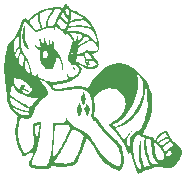
<source format=gbr>
%TF.GenerationSoftware,KiCad,Pcbnew,6.0.7+dfsg-1build1*%
%TF.CreationDate,2023-03-22T19:43:23+01:00*%
%TF.ProjectId,plotter_controller,706c6f74-7465-4725-9f63-6f6e74726f6c,rev?*%
%TF.SameCoordinates,Original*%
%TF.FileFunction,Legend,Bot*%
%TF.FilePolarity,Positive*%
%FSLAX46Y46*%
G04 Gerber Fmt 4.6, Leading zero omitted, Abs format (unit mm)*
G04 Created by KiCad (PCBNEW 6.0.7+dfsg-1build1) date 2023-03-22 19:43:23*
%MOMM*%
%LPD*%
G01*
G04 APERTURE LIST*
G04 APERTURE END LIST*
%TO.C,G\u002A\u002A\u002A*%
G36*
X122723861Y-30039919D02*
G01*
X122636308Y-30199702D01*
X122540141Y-30302330D01*
X122455092Y-30341764D01*
X122321540Y-30362318D01*
X122178948Y-30352493D01*
X122053092Y-30311788D01*
X122027509Y-30296989D01*
X121923186Y-30214694D01*
X121810998Y-30100269D01*
X121707941Y-29972328D01*
X121631010Y-29849487D01*
X121561714Y-29680113D01*
X122365774Y-29680113D01*
X122370966Y-29705108D01*
X122421197Y-29719701D01*
X122461922Y-29711899D01*
X122476621Y-29680113D01*
X122468752Y-29665499D01*
X122421197Y-29640524D01*
X122404673Y-29643335D01*
X122365774Y-29680113D01*
X121561714Y-29680113D01*
X121543155Y-29634751D01*
X121487134Y-29355824D01*
X121486351Y-29203877D01*
X121730709Y-29203877D01*
X121755442Y-29306731D01*
X121803391Y-29356111D01*
X121880617Y-29397488D01*
X121937171Y-29408397D01*
X122033887Y-29383119D01*
X122113793Y-29304119D01*
X122168843Y-29177538D01*
X122182766Y-29092043D01*
X122173327Y-28970705D01*
X122134447Y-28866191D01*
X122073400Y-28790129D01*
X121997459Y-28754149D01*
X121913896Y-28769881D01*
X121841619Y-28836097D01*
X121780328Y-28946436D01*
X121741181Y-29076404D01*
X121730709Y-29203877D01*
X121486351Y-29203877D01*
X121485558Y-29050051D01*
X121494750Y-28922557D01*
X121496759Y-28835730D01*
X121488475Y-28783489D01*
X121467458Y-28751194D01*
X121431271Y-28724206D01*
X121399138Y-28697731D01*
X121333417Y-28631747D01*
X121253931Y-28544266D01*
X121172148Y-28448783D01*
X121099533Y-28358793D01*
X121047555Y-28287789D01*
X121027681Y-28249266D01*
X121030808Y-28246367D01*
X121066965Y-28261554D01*
X121130611Y-28303961D01*
X121140774Y-28311279D01*
X121242564Y-28372290D01*
X121360834Y-28428077D01*
X121472451Y-28468780D01*
X121554279Y-28484539D01*
X121585165Y-28474776D01*
X121582164Y-28429115D01*
X121562451Y-28365492D01*
X121536824Y-28260012D01*
X121509416Y-28131705D01*
X121483483Y-27997466D01*
X121462282Y-27874195D01*
X121449068Y-27778789D01*
X121447098Y-27728145D01*
X121453353Y-27721257D01*
X121487766Y-27745636D01*
X121548083Y-27819083D01*
X121630716Y-27937504D01*
X121679491Y-28009808D01*
X121748054Y-28106968D01*
X121799163Y-28173768D01*
X121824356Y-28198788D01*
X121828556Y-28195806D01*
X121834245Y-28152807D01*
X121828375Y-28074839D01*
X121825388Y-28045686D01*
X121823646Y-27923800D01*
X121833961Y-27801423D01*
X121840191Y-27764918D01*
X121860565Y-27699802D01*
X121887116Y-27688556D01*
X121921752Y-27733166D01*
X121966384Y-27835619D01*
X122022924Y-27997902D01*
X122035923Y-28036181D01*
X122083595Y-28158242D01*
X122130881Y-28256172D01*
X122169214Y-28311601D01*
X122172097Y-28314207D01*
X122205780Y-28340943D01*
X122223370Y-28335721D01*
X122230093Y-28288079D01*
X122231173Y-28187558D01*
X122234116Y-28121254D01*
X122253054Y-27992453D01*
X122283949Y-27889694D01*
X122336726Y-27771945D01*
X122358903Y-27953668D01*
X122360464Y-27966170D01*
X122382187Y-28104341D01*
X122409076Y-28229039D01*
X122437627Y-28327952D01*
X122464335Y-28388769D01*
X122485696Y-28399177D01*
X122497874Y-28366164D01*
X122511966Y-28285352D01*
X122522512Y-28178413D01*
X122532875Y-28087628D01*
X122554804Y-27988271D01*
X122581345Y-27928139D01*
X122588655Y-27919504D01*
X122615730Y-27898000D01*
X122632765Y-27920634D01*
X122648951Y-27996733D01*
X122654384Y-28031815D01*
X122666900Y-28154176D01*
X122672788Y-28278679D01*
X122674225Y-28321287D01*
X122687289Y-28415290D01*
X122718977Y-28506781D01*
X122775560Y-28607846D01*
X122863312Y-28730574D01*
X122988506Y-28887052D01*
X123025656Y-28933028D01*
X123137489Y-29092043D01*
X123196023Y-29175273D01*
X123320577Y-29419620D01*
X123403961Y-29679839D01*
X123450817Y-29969699D01*
X123465785Y-30302972D01*
X123464895Y-30422520D01*
X123461462Y-30535549D01*
X123456030Y-30609234D01*
X123449203Y-30631580D01*
X123444986Y-30621028D01*
X123430505Y-30558494D01*
X123409799Y-30450243D01*
X123384976Y-30307599D01*
X123358141Y-30141886D01*
X123331966Y-29982547D01*
X123295478Y-29797301D01*
X123255431Y-29648758D01*
X123206538Y-29521365D01*
X123143514Y-29399570D01*
X123061072Y-29267821D01*
X123034639Y-29230985D01*
X122986982Y-29180706D01*
X122957688Y-29172100D01*
X122945529Y-29202155D01*
X122923680Y-29283849D01*
X122896849Y-29402539D01*
X122868334Y-29544485D01*
X122862907Y-29572469D01*
X122836600Y-29680113D01*
X122800244Y-29828876D01*
X122723861Y-30039919D01*
G37*
G36*
X125608777Y-33417519D02*
G01*
X125624490Y-33453777D01*
X125674032Y-33570152D01*
X125712550Y-33663677D01*
X125732772Y-33716802D01*
X125733554Y-33736153D01*
X125717164Y-33809981D01*
X125680955Y-33917058D01*
X125629979Y-34041428D01*
X125600074Y-34107677D01*
X125550287Y-34212554D01*
X125512675Y-34284726D01*
X125493669Y-34311454D01*
X125484625Y-34300013D01*
X125455099Y-34241575D01*
X125412001Y-34144811D01*
X125361136Y-34022379D01*
X125244840Y-33733821D01*
X125373450Y-33453070D01*
X125502061Y-33172319D01*
X125608777Y-33417519D01*
G37*
G36*
X124363824Y-30115586D02*
G01*
X124378639Y-30152812D01*
X124433966Y-30264693D01*
X124493420Y-30332480D01*
X124568750Y-30370806D01*
X124582162Y-30375442D01*
X124638224Y-30403359D01*
X124649498Y-30426230D01*
X124626911Y-30439815D01*
X124551519Y-30447923D01*
X124461899Y-30430853D01*
X124386113Y-30392229D01*
X124348874Y-30353964D01*
X124327289Y-30292549D01*
X124328231Y-30194286D01*
X124336366Y-30119605D01*
X124347765Y-30090866D01*
X124363824Y-30115586D01*
G37*
G36*
X124872850Y-33246889D02*
G01*
X124906955Y-33318234D01*
X124950824Y-33419486D01*
X124997336Y-33533097D01*
X125039374Y-33641517D01*
X125069817Y-33727198D01*
X125081547Y-33772594D01*
X125079518Y-33783587D01*
X125058103Y-33845036D01*
X125018297Y-33942263D01*
X124966291Y-34059833D01*
X124942820Y-34110317D01*
X124891973Y-34213532D01*
X124852589Y-34285057D01*
X124831690Y-34311749D01*
X124826689Y-34309903D01*
X124797766Y-34269141D01*
X124759335Y-34186775D01*
X124716913Y-34078540D01*
X124676018Y-33960170D01*
X124642170Y-33847398D01*
X124620886Y-33755957D01*
X124617684Y-33701582D01*
X124623594Y-33680354D01*
X124655672Y-33591401D01*
X124700472Y-33488276D01*
X124750619Y-33385525D01*
X124798736Y-33297692D01*
X124837447Y-33239323D01*
X124859378Y-33224963D01*
X124872850Y-33246889D01*
G37*
G36*
X120243667Y-26790150D02*
G01*
X120242816Y-26796148D01*
X120234083Y-26893515D01*
X120227173Y-27034613D01*
X120222765Y-27201456D01*
X120221538Y-27376060D01*
X120223912Y-27542271D01*
X120235432Y-27738056D01*
X120260348Y-27901499D01*
X120302922Y-28050652D01*
X120367413Y-28203562D01*
X120458081Y-28378279D01*
X120486945Y-28431274D01*
X120535468Y-28525624D01*
X120556100Y-28580122D01*
X120551868Y-28605183D01*
X120525800Y-28611222D01*
X120510344Y-28608927D01*
X120441399Y-28569376D01*
X120356559Y-28490422D01*
X120266869Y-28384704D01*
X120183372Y-28264860D01*
X120117113Y-28143528D01*
X120090066Y-28079721D01*
X120055234Y-27966490D01*
X120033881Y-27835051D01*
X120021537Y-27662919D01*
X120018597Y-27553482D01*
X120034713Y-27294187D01*
X120089391Y-27052977D01*
X120187794Y-26803147D01*
X120267259Y-26631796D01*
X120243667Y-26790150D01*
G37*
G36*
X126234781Y-27167445D02*
G01*
X126359473Y-27488660D01*
X126455100Y-27807859D01*
X126516417Y-28110784D01*
X126517179Y-28120324D01*
X126538183Y-28383182D01*
X126532615Y-28526660D01*
X126518008Y-28599242D01*
X126503722Y-28670226D01*
X126442593Y-28776046D01*
X126340827Y-28857238D01*
X126190025Y-28926923D01*
X126189490Y-28927129D01*
X126081003Y-28975129D01*
X125975703Y-29030777D01*
X125872229Y-29092123D01*
X126111827Y-29346817D01*
X126172891Y-29412625D01*
X126219302Y-29466334D01*
X126304874Y-29565361D01*
X126393728Y-29689757D01*
X126443904Y-29794203D01*
X126459850Y-29887086D01*
X126459647Y-29888405D01*
X126446018Y-29976793D01*
X126425367Y-30028287D01*
X126338437Y-30147987D01*
X126212806Y-30249381D01*
X126065803Y-30316967D01*
X126062973Y-30317810D01*
X125832446Y-30353019D01*
X125585445Y-30327272D01*
X125322310Y-30240683D01*
X125043383Y-30093362D01*
X124749003Y-29885421D01*
X124527307Y-29710547D01*
X124792643Y-29981143D01*
X125057979Y-30251738D01*
X125028695Y-30348149D01*
X124990382Y-30474289D01*
X124948106Y-30588193D01*
X124817196Y-30808830D01*
X124630400Y-31006469D01*
X124390878Y-31178104D01*
X124101786Y-31320725D01*
X124092735Y-31324379D01*
X123867768Y-31403870D01*
X123594471Y-31482599D01*
X123287115Y-31556791D01*
X122959969Y-31622674D01*
X122823058Y-31648342D01*
X122699235Y-31673109D01*
X122611146Y-31692497D01*
X122572117Y-31703722D01*
X122570766Y-31704683D01*
X122567825Y-31742691D01*
X122596055Y-31808934D01*
X122645536Y-31885023D01*
X122706348Y-31952569D01*
X122726703Y-31967837D01*
X122822717Y-32001548D01*
X122967553Y-32011962D01*
X123163682Y-31998958D01*
X123413574Y-31962413D01*
X123719701Y-31902203D01*
X123832009Y-31878416D01*
X124016107Y-31842567D01*
X124171749Y-31818745D01*
X124320707Y-31804543D01*
X124484754Y-31797554D01*
X124685661Y-31795368D01*
X124746362Y-31795247D01*
X124915883Y-31795956D01*
X125039467Y-31799711D01*
X125130551Y-31808235D01*
X125202572Y-31823250D01*
X125268969Y-31846478D01*
X125343179Y-31879642D01*
X125525634Y-31965144D01*
X125624717Y-31768794D01*
X125695934Y-31637705D01*
X125871357Y-31364626D01*
X126082388Y-31084982D01*
X126315804Y-30814607D01*
X126558382Y-30569337D01*
X126796898Y-30365008D01*
X126818779Y-30348352D01*
X127120698Y-30150586D01*
X127442710Y-29993641D01*
X127770353Y-29883545D01*
X128089167Y-29826325D01*
X128315417Y-29823535D01*
X128618008Y-29871019D01*
X128924767Y-29971975D01*
X129230096Y-30121721D01*
X129528396Y-30315571D01*
X129814069Y-30548840D01*
X130081517Y-30816845D01*
X130325141Y-31114900D01*
X130539343Y-31438320D01*
X130718525Y-31782421D01*
X130857088Y-32142519D01*
X130882443Y-32224574D01*
X130945212Y-32461392D01*
X130985770Y-32687184D01*
X131007752Y-32926401D01*
X131009104Y-32979604D01*
X131014793Y-33203492D01*
X131013711Y-33326122D01*
X130995766Y-33643310D01*
X130953430Y-33948870D01*
X130883586Y-34254956D01*
X130783119Y-34573720D01*
X130648913Y-34917315D01*
X130477853Y-35297896D01*
X130414967Y-35431653D01*
X130346726Y-35578623D01*
X130292531Y-35697437D01*
X130256785Y-35778422D01*
X130243891Y-35811903D01*
X130253628Y-35830132D01*
X130312216Y-35869745D01*
X130412756Y-35915381D01*
X130542502Y-35962585D01*
X130688708Y-36006901D01*
X130838628Y-36043872D01*
X130979515Y-36069045D01*
X131033952Y-36077143D01*
X131101837Y-36097345D01*
X131138962Y-36137477D01*
X131166635Y-36214052D01*
X131176024Y-36243477D01*
X131203557Y-36311662D01*
X131224337Y-36338903D01*
X131228540Y-36337149D01*
X131254285Y-36298908D01*
X131285324Y-36226372D01*
X131295925Y-36200601D01*
X131369784Y-36079729D01*
X131480516Y-35947459D01*
X131612940Y-35818882D01*
X131751876Y-35709088D01*
X131882141Y-35633164D01*
X131965737Y-35595668D01*
X132081525Y-35547202D01*
X132162963Y-35528045D01*
X132222761Y-35543577D01*
X132273629Y-35599178D01*
X132328279Y-35700227D01*
X132399421Y-35852104D01*
X132417736Y-35891183D01*
X132504605Y-36069156D01*
X132509253Y-36077421D01*
X132581375Y-36205672D01*
X132638478Y-36285602D01*
X132659645Y-36315230D01*
X132751015Y-36412332D01*
X132867086Y-36511478D01*
X133019458Y-36627168D01*
X133126330Y-36709639D01*
X133127429Y-36710567D01*
X133240382Y-36805945D01*
X133328869Y-36889914D01*
X133378554Y-36949659D01*
X133385102Y-36960608D01*
X133434299Y-37037691D01*
X133472437Y-37089748D01*
X133483733Y-37116425D01*
X133496050Y-37191208D01*
X133503347Y-37292612D01*
X133505421Y-37402702D01*
X133503465Y-37461523D01*
X133502068Y-37503542D01*
X133493087Y-37577198D01*
X133478274Y-37605736D01*
X133454105Y-37629783D01*
X133432094Y-37692831D01*
X133428526Y-37707264D01*
X133388818Y-37808924D01*
X133321071Y-37941536D01*
X133234831Y-38089407D01*
X133139647Y-38236847D01*
X133087879Y-38308721D01*
X133045066Y-38368163D01*
X132960636Y-38467665D01*
X132951725Y-38476513D01*
X132916792Y-38511198D01*
X132766296Y-38632884D01*
X132612186Y-38707829D01*
X132442336Y-38738721D01*
X132244616Y-38728249D01*
X132006898Y-38679102D01*
X131837427Y-38644440D01*
X131565604Y-38626988D01*
X131276093Y-38655297D01*
X130956484Y-38729966D01*
X130900074Y-38747136D01*
X130762983Y-38793358D01*
X130606915Y-38850424D01*
X130443097Y-38913731D01*
X130282760Y-38978676D01*
X130137132Y-39040656D01*
X130017442Y-39095066D01*
X129934918Y-39137303D01*
X129900790Y-39162765D01*
X129878613Y-39189884D01*
X129830975Y-39186064D01*
X129775828Y-39138365D01*
X129725412Y-39054354D01*
X129701730Y-39000338D01*
X129519857Y-38556682D01*
X129377539Y-38152117D01*
X129275654Y-37789361D01*
X129215078Y-37471135D01*
X129206717Y-37421072D01*
X129186731Y-37349014D01*
X129166284Y-37320699D01*
X129156387Y-37324484D01*
X129114059Y-37364394D01*
X129060848Y-37433790D01*
X128984000Y-37546881D01*
X128915280Y-37330860D01*
X128883584Y-37235795D01*
X128781380Y-36978426D01*
X129379339Y-36978426D01*
X129395729Y-37246850D01*
X129433706Y-37527533D01*
X129490364Y-37807898D01*
X129562795Y-38075368D01*
X129648089Y-38317364D01*
X129743341Y-38521310D01*
X129845641Y-38674626D01*
X129892930Y-38727665D01*
X129947482Y-38768988D01*
X129994790Y-38763873D01*
X130052288Y-38715792D01*
X130066337Y-38701544D01*
X130091271Y-38668195D01*
X130095401Y-38629320D01*
X130077647Y-38567228D01*
X130036929Y-38464227D01*
X129980572Y-38299880D01*
X129916711Y-38013755D01*
X129877454Y-37685238D01*
X129864336Y-37324468D01*
X129869351Y-37104424D01*
X129892424Y-36847107D01*
X129935002Y-36641237D01*
X129997939Y-36481422D01*
X130012725Y-36455338D01*
X130026884Y-36440806D01*
X130036512Y-36453848D01*
X130042366Y-36501617D01*
X130045202Y-36591266D01*
X130045777Y-36729947D01*
X130044848Y-36924813D01*
X130044780Y-36936997D01*
X130046658Y-37169934D01*
X130054158Y-37384376D01*
X130066542Y-37565405D01*
X130083072Y-37698101D01*
X130092855Y-37749443D01*
X130121184Y-37878946D01*
X130157153Y-38027364D01*
X130197106Y-38181260D01*
X130237391Y-38327196D01*
X130274352Y-38451735D01*
X130304335Y-38541439D01*
X130323686Y-38582871D01*
X130326427Y-38584219D01*
X130371718Y-38581984D01*
X130454764Y-38567406D01*
X130556199Y-38545029D01*
X130656659Y-38519393D01*
X130736777Y-38495041D01*
X130777187Y-38476513D01*
X130775783Y-38459164D01*
X130754871Y-38393847D01*
X130715846Y-38292623D01*
X130663477Y-38168417D01*
X130624322Y-38077893D01*
X130540104Y-37872088D01*
X130476254Y-37693822D01*
X130425844Y-37522661D01*
X130381943Y-37338170D01*
X130366520Y-37252037D01*
X130345914Y-37069258D01*
X130333229Y-36860883D01*
X130329153Y-36648921D01*
X130334374Y-36455379D01*
X130346571Y-36332552D01*
X130496964Y-36332552D01*
X130497439Y-36452121D01*
X130502886Y-36594014D01*
X130512825Y-36745170D01*
X130526776Y-36892527D01*
X130544261Y-37023023D01*
X130554454Y-37081484D01*
X130593375Y-37267862D01*
X130644453Y-37477956D01*
X130702908Y-37694576D01*
X130763961Y-37900527D01*
X130822831Y-38078620D01*
X130874739Y-38211661D01*
X130882085Y-38227591D01*
X130945871Y-38329983D01*
X131011736Y-38377500D01*
X131063043Y-38387389D01*
X131146509Y-38391541D01*
X131160147Y-38390443D01*
X131316370Y-38376893D01*
X131416038Y-38362524D01*
X131465279Y-38341684D01*
X131470221Y-38308721D01*
X131436991Y-38257984D01*
X131371717Y-38183820D01*
X131231077Y-37994179D01*
X131101486Y-37731624D01*
X131006836Y-37426312D01*
X130949104Y-37084825D01*
X130931565Y-36739357D01*
X131196005Y-36739357D01*
X131201256Y-36916896D01*
X131206345Y-37025102D01*
X131219093Y-37188895D01*
X131239573Y-37325601D01*
X131271794Y-37458735D01*
X131319768Y-37611812D01*
X131350215Y-37698167D01*
X131400179Y-37823324D01*
X131445784Y-37919462D01*
X131479984Y-37970793D01*
X131520975Y-37996842D01*
X131625072Y-38027934D01*
X131747011Y-38037698D01*
X131859103Y-38022368D01*
X131907020Y-37997651D01*
X131947131Y-37940313D01*
X131981829Y-37836270D01*
X132003313Y-37736726D01*
X132008125Y-37622757D01*
X131996340Y-37565311D01*
X132164034Y-37565311D01*
X132164177Y-37622757D01*
X132164252Y-37652967D01*
X132205099Y-37692000D01*
X132285069Y-37696535D01*
X132390859Y-37663935D01*
X132510740Y-37596124D01*
X132576149Y-37548814D01*
X132642559Y-37494538D01*
X132672049Y-37461523D01*
X132667763Y-37441074D01*
X132633091Y-37381638D01*
X132574132Y-37304863D01*
X132466726Y-37178180D01*
X132334953Y-37316375D01*
X132221330Y-37452760D01*
X132164034Y-37565311D01*
X131996340Y-37565311D01*
X131984464Y-37507418D01*
X131928628Y-37374680D01*
X131836919Y-37208513D01*
X131826276Y-37190845D01*
X131749361Y-37077238D01*
X131655103Y-36954585D01*
X131893735Y-36954585D01*
X131900881Y-36998168D01*
X131929168Y-37051226D01*
X131973359Y-37122716D01*
X132025670Y-37212850D01*
X132065544Y-37288303D01*
X132080798Y-37326753D01*
X132085641Y-37347432D01*
X132115508Y-37343851D01*
X132175187Y-37292275D01*
X132267635Y-37190550D01*
X132337733Y-37115097D01*
X132453366Y-37005655D01*
X132561363Y-36917837D01*
X132665304Y-36839047D01*
X132731996Y-36770773D01*
X132750608Y-36710567D01*
X132724568Y-36645774D01*
X132657307Y-36563736D01*
X132538353Y-36433602D01*
X132254152Y-36642513D01*
X132181335Y-36695837D01*
X132051532Y-36791102D01*
X131963822Y-36860010D01*
X131912970Y-36911518D01*
X131893735Y-36954585D01*
X131655103Y-36954585D01*
X131653697Y-36952756D01*
X131548640Y-36827735D01*
X131443548Y-36712508D01*
X131347776Y-36617408D01*
X131328024Y-36600848D01*
X131569954Y-36600848D01*
X131673235Y-36707407D01*
X131706278Y-36740587D01*
X131763633Y-36793211D01*
X131794211Y-36813965D01*
X131805355Y-36808854D01*
X131858741Y-36774486D01*
X131944114Y-36714874D01*
X132049282Y-36638411D01*
X132063642Y-36627791D01*
X132215653Y-36515088D01*
X132324081Y-36433161D01*
X132395718Y-36375628D01*
X132437357Y-36336111D01*
X132455790Y-36308229D01*
X132457811Y-36285602D01*
X132450211Y-36261852D01*
X132433802Y-36233701D01*
X132389514Y-36215453D01*
X132304056Y-36220662D01*
X132164238Y-36255591D01*
X131999857Y-36321403D01*
X131835760Y-36406913D01*
X131695973Y-36501040D01*
X131569954Y-36600848D01*
X131328024Y-36600848D01*
X131270680Y-36552770D01*
X131221618Y-36528928D01*
X131221246Y-36528936D01*
X131205706Y-36550972D01*
X131197390Y-36619248D01*
X131196005Y-36739357D01*
X130931565Y-36739357D01*
X130930265Y-36713748D01*
X130931311Y-36397464D01*
X131432487Y-36397464D01*
X131433264Y-36451858D01*
X131473352Y-36465732D01*
X131544412Y-36439871D01*
X131638109Y-36375059D01*
X131670132Y-36349614D01*
X131907000Y-36207219D01*
X132179341Y-36116898D01*
X132357061Y-36077421D01*
X132261151Y-35891454D01*
X132209898Y-35799734D01*
X132163869Y-35731545D01*
X132135080Y-35705487D01*
X132095348Y-35720475D01*
X132018412Y-35760572D01*
X131921386Y-35816978D01*
X131902023Y-35828929D01*
X131688442Y-35993296D01*
X131531802Y-36182283D01*
X131433425Y-36394327D01*
X131432487Y-36397464D01*
X130931311Y-36397464D01*
X130931591Y-36312658D01*
X130731669Y-36262439D01*
X130632605Y-36238101D01*
X130551870Y-36219384D01*
X130514502Y-36212220D01*
X130512846Y-36212633D01*
X130501940Y-36248369D01*
X130496964Y-36332552D01*
X130346571Y-36332552D01*
X130349578Y-36302265D01*
X130360140Y-36231767D01*
X130359079Y-36174455D01*
X130331771Y-36144032D01*
X130269142Y-36119924D01*
X130224174Y-36100898D01*
X130124949Y-36044576D01*
X130025656Y-35974455D01*
X129966531Y-35930224D01*
X129891191Y-35882413D01*
X129844650Y-35863841D01*
X129808612Y-35874750D01*
X129734939Y-35924844D01*
X129651519Y-36002039D01*
X129574016Y-36091290D01*
X129518090Y-36177550D01*
X129508678Y-36196685D01*
X129467395Y-36294059D01*
X129436922Y-36398974D01*
X129412767Y-36530012D01*
X129390440Y-36705754D01*
X129387446Y-36734839D01*
X129379339Y-36978426D01*
X128781380Y-36978426D01*
X128777333Y-36968236D01*
X128644686Y-36702989D01*
X128480627Y-36432211D01*
X128280139Y-36148056D01*
X128038206Y-35842681D01*
X127749813Y-35508240D01*
X127727746Y-35483436D01*
X127601669Y-35340121D01*
X127585440Y-35321279D01*
X127900639Y-35321279D01*
X127902927Y-35326640D01*
X127933564Y-35371956D01*
X127994330Y-35453960D01*
X128078102Y-35563170D01*
X128177759Y-35690108D01*
X128202692Y-35721542D01*
X128308615Y-35855174D01*
X128404025Y-35975678D01*
X128479298Y-36070894D01*
X128524810Y-36128660D01*
X128595131Y-36218376D01*
X128925382Y-35874836D01*
X128985638Y-35812845D01*
X129095051Y-35704060D01*
X129185322Y-35619265D01*
X129248404Y-35565880D01*
X129276251Y-35551323D01*
X129277557Y-35556943D01*
X129258444Y-35602562D01*
X129210161Y-35680565D01*
X129140506Y-35777933D01*
X129095928Y-35839786D01*
X128970636Y-36058583D01*
X128890790Y-36278918D01*
X128859565Y-36489788D01*
X128880136Y-36680190D01*
X128893139Y-36719092D01*
X128930185Y-36798190D01*
X128976089Y-36875005D01*
X129021424Y-36936011D01*
X129056764Y-36967679D01*
X129072682Y-36956484D01*
X129074753Y-36930360D01*
X129080995Y-36850411D01*
X129090132Y-36732803D01*
X129101017Y-36592270D01*
X129118218Y-36427173D01*
X129165128Y-36197066D01*
X129240632Y-36010890D01*
X129351108Y-35858250D01*
X129502935Y-35728747D01*
X129702494Y-35611985D01*
X129794734Y-35558668D01*
X129898622Y-35482921D01*
X129969179Y-35413113D01*
X130015509Y-35344935D01*
X130100335Y-35196910D01*
X130190525Y-35016632D01*
X130277592Y-34821441D01*
X130353052Y-34628679D01*
X130414887Y-34441300D01*
X130478110Y-34217266D01*
X130535806Y-33980957D01*
X130586127Y-33742783D01*
X130627221Y-33513151D01*
X130657240Y-33302472D01*
X130674334Y-33121153D01*
X130676653Y-32979604D01*
X130662346Y-32888234D01*
X130650550Y-32859445D01*
X130635120Y-32846382D01*
X130618262Y-32880196D01*
X130593597Y-32968315D01*
X130568014Y-33053510D01*
X130548416Y-33087239D01*
X130537469Y-33062067D01*
X130535399Y-32980023D01*
X130542431Y-32843137D01*
X130558788Y-32653440D01*
X130570821Y-32517500D01*
X130579842Y-32346425D01*
X130576857Y-32215384D01*
X130561943Y-32110848D01*
X130547508Y-32053294D01*
X130512080Y-31944760D01*
X130471216Y-31846087D01*
X130432360Y-31774335D01*
X130402960Y-31746567D01*
X130396158Y-31774146D01*
X130393979Y-31848771D01*
X130397054Y-31952494D01*
X130397097Y-31953958D01*
X130398961Y-31999399D01*
X130383388Y-32362134D01*
X130317698Y-32742723D01*
X130205589Y-33128108D01*
X130050759Y-33505236D01*
X129856906Y-33861049D01*
X129780792Y-33974045D01*
X129629971Y-34167632D01*
X129453867Y-34367125D01*
X129266841Y-34557407D01*
X129083258Y-34723360D01*
X128917480Y-34849864D01*
X128763428Y-34944853D01*
X128574549Y-35046902D01*
X128380004Y-35140137D01*
X128198985Y-35215399D01*
X128050686Y-35263528D01*
X127998888Y-35277764D01*
X127928194Y-35302766D01*
X127900639Y-35321279D01*
X127585440Y-35321279D01*
X127492481Y-35213352D01*
X127406573Y-35110741D01*
X127350340Y-35039904D01*
X127330175Y-35008455D01*
X127333405Y-35000943D01*
X127343291Y-34994328D01*
X127682649Y-34994328D01*
X127698668Y-35038674D01*
X127767382Y-35113651D01*
X127784630Y-35129917D01*
X127840685Y-35178807D01*
X127870312Y-35198221D01*
X127907301Y-35190419D01*
X127998389Y-35156966D01*
X128119573Y-35103787D01*
X128256097Y-35038073D01*
X128393203Y-34967019D01*
X128516133Y-34897815D01*
X128610129Y-34837655D01*
X128712470Y-34762070D01*
X129087492Y-34435788D01*
X129423377Y-34060314D01*
X129719067Y-33636946D01*
X129973504Y-33166980D01*
X130061982Y-32969613D01*
X130151962Y-32724903D01*
X130210612Y-32489126D01*
X130243260Y-32239313D01*
X130255235Y-31952494D01*
X130252800Y-31736945D01*
X130235526Y-31529376D01*
X130200329Y-31363757D01*
X130144766Y-31229262D01*
X130066396Y-31115065D01*
X130064027Y-31112223D01*
X129997089Y-31015419D01*
X129942476Y-30910945D01*
X129885211Y-30820398D01*
X129795873Y-30746611D01*
X129775260Y-30735983D01*
X129721244Y-30711670D01*
X129706662Y-30721551D01*
X129718037Y-30769607D01*
X129720186Y-30777048D01*
X129804224Y-31168682D01*
X129831832Y-31565765D01*
X129802515Y-31971859D01*
X129715773Y-32390529D01*
X129571112Y-32825339D01*
X129368034Y-33279851D01*
X129297287Y-33417821D01*
X129135364Y-33701855D01*
X128964116Y-33953042D01*
X128768788Y-34191902D01*
X128534624Y-34438959D01*
X128502903Y-34470469D01*
X128346818Y-34619472D01*
X128217215Y-34730311D01*
X128102574Y-34812220D01*
X127991376Y-34874433D01*
X127981834Y-34879076D01*
X127872812Y-34928617D01*
X127782668Y-34963724D01*
X127730092Y-34977058D01*
X127718457Y-34977430D01*
X127682649Y-34994328D01*
X127343291Y-34994328D01*
X127376524Y-34972090D01*
X127453827Y-34942553D01*
X127516536Y-34913317D01*
X127622059Y-34847445D01*
X127752777Y-34755494D01*
X127897245Y-34646392D01*
X128044016Y-34529071D01*
X128181645Y-34412459D01*
X128298685Y-34305487D01*
X128383691Y-34217086D01*
X128472235Y-34102259D01*
X128614081Y-33848827D01*
X128706074Y-33574222D01*
X128744546Y-33291353D01*
X128725827Y-33013132D01*
X128696074Y-32877065D01*
X128603953Y-32626815D01*
X128468731Y-32418585D01*
X128287132Y-32246648D01*
X128190402Y-32179871D01*
X127933479Y-32053301D01*
X127658413Y-31980960D01*
X127375264Y-31962915D01*
X127094096Y-31999235D01*
X126824970Y-32089987D01*
X126577950Y-32235236D01*
X126564900Y-32245026D01*
X126455118Y-32334566D01*
X126341903Y-32437367D01*
X126235682Y-32542677D01*
X126146880Y-32639742D01*
X126085924Y-32717808D01*
X126063240Y-32766122D01*
X126065761Y-32794451D01*
X126076733Y-32877047D01*
X126094414Y-32996110D01*
X126116621Y-33136495D01*
X126126805Y-33200816D01*
X126147033Y-33356320D01*
X126154286Y-33489759D01*
X126149237Y-33629282D01*
X126132559Y-33803041D01*
X126122274Y-33897040D01*
X126104647Y-34075320D01*
X126096328Y-34203527D01*
X126097824Y-34290539D01*
X126109642Y-34345231D01*
X126132289Y-34376482D01*
X126166272Y-34393168D01*
X126180071Y-34397686D01*
X126304510Y-34464120D01*
X126417283Y-34577165D01*
X126526848Y-34745075D01*
X126675122Y-34983574D01*
X126919300Y-35307119D01*
X127219549Y-35643878D01*
X127573283Y-35990998D01*
X127977916Y-36345626D01*
X127984058Y-36350751D01*
X128109557Y-36459918D01*
X128221267Y-36564882D01*
X128307232Y-36653936D01*
X128355497Y-36715372D01*
X128391945Y-36794071D01*
X128440606Y-36939581D01*
X128489130Y-37123656D01*
X128534315Y-37332594D01*
X128572963Y-37552693D01*
X128601872Y-37770251D01*
X128619872Y-38043104D01*
X128618879Y-38062596D01*
X128606235Y-38310750D01*
X128555135Y-38532239D01*
X128465791Y-38710756D01*
X128337423Y-38849487D01*
X128224816Y-38940628D01*
X127896261Y-38791521D01*
X127865156Y-38777373D01*
X127617926Y-38661479D01*
X127407463Y-38553488D01*
X127226396Y-38446299D01*
X127067349Y-38332810D01*
X126922951Y-38205921D01*
X126785828Y-38058532D01*
X126648606Y-37883541D01*
X126503912Y-37673848D01*
X126344374Y-37422352D01*
X126162617Y-37121953D01*
X126123906Y-37057243D01*
X125963574Y-36793146D01*
X125829671Y-36580243D01*
X125719414Y-36414684D01*
X125630018Y-36292618D01*
X125558701Y-36210196D01*
X125502678Y-36163566D01*
X125459167Y-36148878D01*
X125445473Y-36154554D01*
X125429926Y-36197310D01*
X125428525Y-36215187D01*
X125408366Y-36304706D01*
X125366330Y-36442529D01*
X125305060Y-36621368D01*
X125227200Y-36833938D01*
X125135395Y-37072951D01*
X125032288Y-37331120D01*
X124920523Y-37601160D01*
X124622320Y-38309178D01*
X124445598Y-38398586D01*
X124346817Y-38444593D01*
X124138322Y-38518556D01*
X123895199Y-38575743D01*
X123603442Y-38619834D01*
X123320429Y-38638968D01*
X123041236Y-38618515D01*
X122776500Y-38551886D01*
X122508292Y-38436072D01*
X122496483Y-38436554D01*
X122484539Y-38472942D01*
X122478325Y-38502748D01*
X122432423Y-38579055D01*
X122355515Y-38661959D01*
X122263973Y-38735144D01*
X122174166Y-38782292D01*
X122069393Y-38804724D01*
X121912870Y-38817784D01*
X121727149Y-38819849D01*
X121529322Y-38811239D01*
X121336483Y-38792278D01*
X121165726Y-38763288D01*
X121017365Y-38724339D01*
X120854755Y-38668126D01*
X120711530Y-38605151D01*
X120601939Y-38541772D01*
X120540233Y-38484341D01*
X120534702Y-38469871D01*
X120537766Y-38420551D01*
X120563184Y-38339389D01*
X120613708Y-38218516D01*
X120692090Y-38050060D01*
X120701146Y-38031023D01*
X120770835Y-37877069D01*
X120829966Y-37733907D01*
X120872536Y-37616784D01*
X120892540Y-37540947D01*
X120897151Y-37505019D01*
X120898474Y-37443377D01*
X120874567Y-37419621D01*
X120814137Y-37415711D01*
X120695511Y-37431021D01*
X120513881Y-37493841D01*
X120302845Y-37603426D01*
X120219876Y-37648367D01*
X120140254Y-37682442D01*
X120095512Y-37690109D01*
X120068153Y-37660349D01*
X120017541Y-37585597D01*
X119951610Y-37477599D01*
X119877716Y-37347919D01*
X119733357Y-37057883D01*
X119567815Y-36609765D01*
X119463518Y-36147945D01*
X119420845Y-35675240D01*
X119429585Y-35457869D01*
X119675343Y-35457869D01*
X119683154Y-35885761D01*
X119740520Y-36310174D01*
X119846794Y-36715454D01*
X119865482Y-36769576D01*
X119927592Y-36931111D01*
X119996057Y-37087803D01*
X120065277Y-37228713D01*
X120129654Y-37342904D01*
X120183588Y-37419440D01*
X120221482Y-37447382D01*
X120286218Y-37433370D01*
X120392840Y-37385377D01*
X120515478Y-37312827D01*
X120637487Y-37225734D01*
X120742222Y-37134112D01*
X120792383Y-37079613D01*
X120909336Y-36899018D01*
X120981605Y-36684950D01*
X121009674Y-36434095D01*
X120994026Y-36143134D01*
X120935142Y-35808752D01*
X120900146Y-35627980D01*
X120876250Y-35417399D01*
X121044121Y-35417399D01*
X121047104Y-35500019D01*
X121074509Y-35675951D01*
X121135458Y-35871758D01*
X121150302Y-35911444D01*
X121191513Y-36016480D01*
X121223177Y-36089706D01*
X121239400Y-36117207D01*
X121258130Y-36101517D01*
X121289218Y-36032674D01*
X121324089Y-35918194D01*
X121360388Y-35768087D01*
X121395760Y-35592361D01*
X121427849Y-35401023D01*
X121454299Y-35204082D01*
X121461459Y-35136613D01*
X121462869Y-35072275D01*
X121449176Y-35048550D01*
X121417083Y-35051957D01*
X121410866Y-35053719D01*
X121336555Y-35071143D01*
X121242588Y-35089530D01*
X121215347Y-35094876D01*
X121128624Y-35126163D01*
X121076263Y-35181947D01*
X121050637Y-35274826D01*
X121044121Y-35417399D01*
X120876250Y-35417399D01*
X120874766Y-35404326D01*
X120874621Y-35213180D01*
X120899093Y-35061192D01*
X120947564Y-34955012D01*
X121019416Y-34901291D01*
X121034174Y-34896976D01*
X121128140Y-34873565D01*
X121243867Y-34849142D01*
X121364638Y-34826661D01*
X121473735Y-34809078D01*
X121554440Y-34799347D01*
X121590034Y-34800425D01*
X121592486Y-34808165D01*
X121593877Y-34867177D01*
X121589046Y-34973912D01*
X121582133Y-35072275D01*
X121578957Y-35117475D01*
X121564572Y-35286970D01*
X121546857Y-35471502D01*
X121526774Y-35660175D01*
X121505287Y-35842092D01*
X121483361Y-36006359D01*
X121431435Y-36316477D01*
X121337702Y-36741950D01*
X121222020Y-37154348D01*
X121089186Y-37537066D01*
X120943997Y-37873499D01*
X120907995Y-37949813D01*
X120855505Y-38071068D01*
X120819411Y-38167871D01*
X120805985Y-38224276D01*
X120808560Y-38248182D01*
X120854971Y-38332407D01*
X120952510Y-38412163D01*
X121091925Y-38479202D01*
X121116790Y-38487360D01*
X121238903Y-38513162D01*
X121394842Y-38531782D01*
X121565377Y-38542381D01*
X121731283Y-38544119D01*
X121873333Y-38536157D01*
X121972298Y-38517653D01*
X122007392Y-38503393D01*
X122111748Y-38427154D01*
X122203852Y-38302036D01*
X122240030Y-38223317D01*
X122706211Y-38223317D01*
X122920001Y-38262130D01*
X123008541Y-38275503D01*
X123162677Y-38292868D01*
X123338895Y-38308063D01*
X123513841Y-38318856D01*
X123628849Y-38322698D01*
X123851373Y-38316844D01*
X124031225Y-38288731D01*
X124180805Y-38235821D01*
X124312514Y-38155581D01*
X124361203Y-38111245D01*
X124459042Y-37982361D01*
X124567641Y-37792666D01*
X124686555Y-37543123D01*
X124815341Y-37234693D01*
X124953556Y-36868339D01*
X125100757Y-36445023D01*
X125251175Y-35996904D01*
X125138442Y-35890784D01*
X125130746Y-35883849D01*
X125052461Y-35825662D01*
X124934315Y-35749922D01*
X124790969Y-35665660D01*
X124637084Y-35581908D01*
X124633202Y-35579883D01*
X124479113Y-35500231D01*
X124371030Y-35447203D01*
X124299346Y-35417549D01*
X124254455Y-35408023D01*
X124226752Y-35415375D01*
X124206629Y-35436358D01*
X124194703Y-35456445D01*
X124157247Y-35531941D01*
X124103809Y-35648041D01*
X124039653Y-35793188D01*
X123970045Y-35955822D01*
X123878219Y-36170798D01*
X123761130Y-36433015D01*
X123653492Y-36656927D01*
X123548840Y-36855221D01*
X123440705Y-37040579D01*
X123322621Y-37225686D01*
X123251084Y-37335403D01*
X123136882Y-37514798D01*
X123019298Y-37703416D01*
X122914861Y-37874938D01*
X122706211Y-38223317D01*
X122240030Y-38223317D01*
X122285455Y-38124479D01*
X122358304Y-37890920D01*
X122374452Y-37819036D01*
X122593236Y-37819036D01*
X122593582Y-37852019D01*
X122604388Y-37849744D01*
X122647482Y-37809029D01*
X122715667Y-37728317D01*
X122802733Y-37615949D01*
X122902470Y-37480262D01*
X123008668Y-37329596D01*
X123115118Y-37172291D01*
X123215610Y-37016685D01*
X123327809Y-36832157D01*
X123459458Y-36602215D01*
X123587770Y-36365123D01*
X123707715Y-36131031D01*
X123814262Y-35910088D01*
X123902381Y-35712442D01*
X123967041Y-35548244D01*
X124003212Y-35427642D01*
X124020418Y-35340686D01*
X124029190Y-35259958D01*
X124020206Y-35204213D01*
X123992663Y-35152540D01*
X123935903Y-35094068D01*
X123853902Y-35051133D01*
X123837275Y-35048763D01*
X123761788Y-35046734D01*
X123645339Y-35048932D01*
X123500963Y-35054568D01*
X123341692Y-35062851D01*
X123180561Y-35072992D01*
X123030602Y-35084201D01*
X122904850Y-35095687D01*
X122816338Y-35106661D01*
X122778099Y-35116332D01*
X122775659Y-35129238D01*
X122768585Y-35197460D01*
X122758176Y-35318408D01*
X122744931Y-35485539D01*
X122729350Y-35692309D01*
X122711932Y-35932175D01*
X122693178Y-36198592D01*
X122673587Y-36485017D01*
X122661897Y-36659860D01*
X122643943Y-36934843D01*
X122628084Y-37185817D01*
X122614701Y-37406254D01*
X122604178Y-37589624D01*
X122596895Y-37729394D01*
X122593236Y-37819036D01*
X122374452Y-37819036D01*
X122424150Y-37597799D01*
X122456773Y-37400891D01*
X122490183Y-37134150D01*
X122519728Y-36829428D01*
X122544423Y-36500046D01*
X122563282Y-36159324D01*
X122575320Y-35820580D01*
X122579552Y-35497136D01*
X122579552Y-34882045D01*
X122856671Y-34881855D01*
X122865540Y-34881839D01*
X123039167Y-34878782D01*
X123228238Y-34871489D01*
X123393366Y-34861458D01*
X123652942Y-34841250D01*
X123674348Y-34663705D01*
X123675657Y-34653026D01*
X123697002Y-34519840D01*
X123720471Y-34440183D01*
X123744605Y-34417314D01*
X123767949Y-34454489D01*
X123796667Y-34528189D01*
X123915717Y-34723971D01*
X124096309Y-34920171D01*
X124337155Y-35115694D01*
X124560396Y-35259958D01*
X124636971Y-35309443D01*
X124994471Y-35500323D01*
X125116408Y-35561222D01*
X125291707Y-35656235D01*
X125437618Y-35749840D01*
X125564114Y-35851528D01*
X125681170Y-35970789D01*
X125702156Y-35996904D01*
X125798760Y-36117116D01*
X125926859Y-36299998D01*
X126075440Y-36528928D01*
X126257808Y-36812322D01*
X126449460Y-37100097D01*
X126619224Y-37342273D01*
X126771223Y-37544514D01*
X126909577Y-37712481D01*
X127038409Y-37851837D01*
X127155784Y-37965081D01*
X127403723Y-38170716D01*
X127651784Y-38333658D01*
X127891554Y-38448755D01*
X128114619Y-38510856D01*
X128145377Y-38515552D01*
X128216054Y-38518324D01*
X128258687Y-38492142D01*
X128299333Y-38424878D01*
X128317500Y-38381932D01*
X128346918Y-38242400D01*
X128357310Y-38062596D01*
X128349972Y-37856312D01*
X128326202Y-37637340D01*
X128287298Y-37419471D01*
X128234557Y-37216498D01*
X128169275Y-37042212D01*
X128158268Y-37018295D01*
X128126749Y-36952975D01*
X128093686Y-36893250D01*
X128053691Y-36832803D01*
X128001374Y-36765321D01*
X127931347Y-36684490D01*
X127838220Y-36583994D01*
X127716605Y-36457518D01*
X127561112Y-36298749D01*
X127366354Y-36101372D01*
X127138780Y-35868679D01*
X126947590Y-35667093D01*
X126789130Y-35491681D01*
X126656362Y-35334084D01*
X126542248Y-35185944D01*
X126439750Y-35038901D01*
X126341830Y-34884597D01*
X126332535Y-34869396D01*
X126270534Y-34773833D01*
X126223207Y-34720399D01*
X126176545Y-34697119D01*
X126116542Y-34692020D01*
X126103571Y-34691939D01*
X126048303Y-34685640D01*
X126008306Y-34659939D01*
X125970455Y-34601778D01*
X125921625Y-34498100D01*
X125834598Y-34304180D01*
X125889897Y-33938368D01*
X125911434Y-33774665D01*
X125933518Y-33406544D01*
X125914362Y-33076129D01*
X125854807Y-32785801D01*
X125755698Y-32537941D01*
X125617876Y-32334928D01*
X125442184Y-32179144D01*
X125229466Y-32072969D01*
X125088502Y-32039487D01*
X124885172Y-32019302D01*
X124639887Y-32015999D01*
X124362554Y-32029363D01*
X124063080Y-32059177D01*
X123751372Y-32105224D01*
X123612559Y-32128200D01*
X123334724Y-32166829D01*
X123108337Y-32185979D01*
X122927295Y-32185779D01*
X122785496Y-32166358D01*
X122676836Y-32127843D01*
X122672511Y-32125572D01*
X122582502Y-32058872D01*
X122470953Y-31947126D01*
X122347276Y-31799705D01*
X122326802Y-31773733D01*
X122168955Y-31593876D01*
X122010842Y-31457217D01*
X121832940Y-31349231D01*
X121615731Y-31255394D01*
X121397820Y-31173373D01*
X121654698Y-31444747D01*
X121714955Y-31510617D01*
X121872483Y-31707423D01*
X122000137Y-31904859D01*
X122067935Y-32041589D01*
X122094225Y-32094609D01*
X122151060Y-32268357D01*
X122154823Y-32303744D01*
X122166950Y-32417786D01*
X122138207Y-32534580D01*
X122121254Y-32556544D01*
X122055776Y-32616264D01*
X121957750Y-32691548D01*
X121848757Y-32766057D01*
X121841191Y-32771229D01*
X121787409Y-32806757D01*
X121566478Y-32975943D01*
X121382085Y-33163380D01*
X121225840Y-33380325D01*
X121089354Y-33638032D01*
X121072648Y-33679389D01*
X120964239Y-33947756D01*
X120881498Y-34154408D01*
X120848061Y-34216958D01*
X120798978Y-34308776D01*
X120712230Y-34416610D01*
X120615896Y-34486193D01*
X120528481Y-34515099D01*
X120391992Y-34531514D01*
X120247030Y-34527501D01*
X120121871Y-34502148D01*
X120043890Y-34487694D01*
X119935038Y-34496081D01*
X119894474Y-34509801D01*
X119859767Y-34535905D01*
X119831702Y-34585197D01*
X119803312Y-34670521D01*
X119767631Y-34804719D01*
X119717736Y-35042150D01*
X119675343Y-35457869D01*
X119429585Y-35457869D01*
X119440176Y-35194464D01*
X119521889Y-34708433D01*
X119549847Y-34585290D01*
X119577123Y-34459104D01*
X119595658Y-34366051D01*
X119602494Y-34320375D01*
X119590360Y-34296354D01*
X119540188Y-34234578D01*
X119460099Y-34149045D01*
X119359843Y-34050595D01*
X119295297Y-33988683D01*
X119173137Y-33863947D01*
X119069272Y-33742696D01*
X118981545Y-33618256D01*
X118950805Y-33562277D01*
X119159103Y-33562277D01*
X119162647Y-33572401D01*
X119199751Y-33622776D01*
X119268642Y-33698963D01*
X119358618Y-33788810D01*
X119559323Y-33954475D01*
X119802360Y-34096719D01*
X120049517Y-34183390D01*
X120106404Y-34194128D01*
X120238486Y-34209718D01*
X120370512Y-34216184D01*
X120552619Y-34216958D01*
X120552619Y-34108244D01*
X120552461Y-34087946D01*
X120546476Y-34036025D01*
X120523299Y-34001763D01*
X120471460Y-33979295D01*
X120379487Y-33962753D01*
X120235911Y-33946272D01*
X119999811Y-33907150D01*
X119704317Y-33813720D01*
X119404552Y-33666639D01*
X119348807Y-33635721D01*
X119251457Y-33587037D01*
X119184202Y-33560847D01*
X119159103Y-33562277D01*
X118950805Y-33562277D01*
X118907794Y-33483953D01*
X118845860Y-33333113D01*
X118793584Y-33159062D01*
X118748806Y-32955125D01*
X118709366Y-32714629D01*
X118704087Y-32673324D01*
X118944390Y-32673324D01*
X118946947Y-32753419D01*
X118959525Y-32859559D01*
X118980306Y-32975492D01*
X119007472Y-33084966D01*
X119061785Y-33211003D01*
X119170101Y-33348462D01*
X119330780Y-33476199D01*
X119549310Y-33599424D01*
X119606271Y-33626459D01*
X119774197Y-33697981D01*
X119945423Y-33761412D01*
X120090540Y-33805551D01*
X120186293Y-33828031D01*
X120348525Y-33857228D01*
X120474234Y-33867368D01*
X120555580Y-33858080D01*
X120584722Y-33828990D01*
X120588230Y-33794293D01*
X120603367Y-33721526D01*
X120606987Y-33679389D01*
X120577866Y-33645548D01*
X120500004Y-33614439D01*
X120267417Y-33521997D01*
X120008161Y-33388641D01*
X119735824Y-33222622D01*
X119463883Y-33032158D01*
X119205816Y-32825463D01*
X119155039Y-32782399D01*
X119061981Y-32706811D01*
X118991915Y-32654369D01*
X118957080Y-32634468D01*
X118953672Y-32635524D01*
X118944390Y-32673324D01*
X118704087Y-32673324D01*
X118673104Y-32430900D01*
X118670865Y-32409707D01*
X118987985Y-32409707D01*
X118989977Y-32453366D01*
X119025331Y-32498255D01*
X119115929Y-32582657D01*
X119246949Y-32687451D01*
X119409671Y-32806686D01*
X119595373Y-32934410D01*
X119795335Y-33064671D01*
X120000835Y-33191519D01*
X120203150Y-33309001D01*
X120393561Y-33411167D01*
X120410722Y-33419857D01*
X120516079Y-33470737D01*
X120598688Y-33506617D01*
X120641923Y-33520200D01*
X120655509Y-33515385D01*
X120685195Y-33491909D01*
X120732496Y-33444357D01*
X120801905Y-33367737D01*
X120897916Y-33257053D01*
X121025021Y-33107311D01*
X121187714Y-32913515D01*
X121311101Y-32766057D01*
X121046664Y-32763198D01*
X120920089Y-32756941D01*
X120610074Y-32706281D01*
X120289327Y-32608739D01*
X119974228Y-32468810D01*
X119927152Y-32443828D01*
X119719892Y-32316466D01*
X119557005Y-32178494D01*
X119423007Y-32014726D01*
X119302410Y-31809975D01*
X119267991Y-31745297D01*
X119209579Y-31646410D01*
X119167983Y-31591841D01*
X119147864Y-31588280D01*
X119132994Y-31638223D01*
X119102952Y-31757260D01*
X119071843Y-31898835D01*
X119042229Y-32048908D01*
X119016673Y-32193438D01*
X118997738Y-32318384D01*
X118987985Y-32409707D01*
X118670865Y-32409707D01*
X118637862Y-32097263D01*
X118601478Y-31707045D01*
X118598387Y-31672957D01*
X118579949Y-31485369D01*
X118561625Y-31322939D01*
X118548528Y-31224322D01*
X119290497Y-31224322D01*
X119298323Y-31327645D01*
X119338549Y-31519808D01*
X119415354Y-31713914D01*
X119518570Y-31879897D01*
X119639425Y-32000461D01*
X119776684Y-32100181D01*
X119785002Y-32026338D01*
X119790435Y-31996562D01*
X119950576Y-31996562D01*
X119969281Y-32069048D01*
X120015149Y-32176120D01*
X120027723Y-32201005D01*
X120079344Y-32276837D01*
X120151550Y-32334663D01*
X120264559Y-32391980D01*
X120355735Y-32430443D01*
X120444875Y-32462678D01*
X120497513Y-32475063D01*
X120511170Y-32471439D01*
X120556567Y-32437861D01*
X120604859Y-32385327D01*
X120639075Y-32333925D01*
X120642244Y-32303744D01*
X120630030Y-32298003D01*
X120572456Y-32274980D01*
X120486020Y-32242311D01*
X120406327Y-32208740D01*
X120279682Y-32146468D01*
X120157557Y-32078338D01*
X120063959Y-32022965D01*
X119993971Y-31983416D01*
X119962872Y-31968329D01*
X119961484Y-31968399D01*
X119950576Y-31996562D01*
X119790435Y-31996562D01*
X119811743Y-31879788D01*
X119863715Y-31755642D01*
X119936236Y-31688509D01*
X119988104Y-31669187D01*
X120088707Y-31652789D01*
X120171562Y-31663843D01*
X120216573Y-31701422D01*
X120218950Y-31762126D01*
X120189282Y-31834950D01*
X120139569Y-31879039D01*
X120144608Y-31893280D01*
X120192153Y-31935193D01*
X120276502Y-31997146D01*
X120388222Y-32071824D01*
X120479527Y-32130004D01*
X120581908Y-32193783D01*
X120654590Y-32237282D01*
X120685878Y-32253367D01*
X120695599Y-32249886D01*
X120737667Y-32210971D01*
X120789461Y-32144814D01*
X120834596Y-32071456D01*
X120845688Y-32041589D01*
X120842281Y-32008329D01*
X120817357Y-31964982D01*
X120764736Y-31903247D01*
X120678238Y-31814823D01*
X120551683Y-31691406D01*
X120463074Y-31607234D01*
X120276831Y-31443664D01*
X120111532Y-31321917D01*
X119955921Y-31235271D01*
X119798742Y-31177008D01*
X119628738Y-31140407D01*
X119548779Y-31128482D01*
X119421764Y-31115595D01*
X119342714Y-31123682D01*
X119302126Y-31158130D01*
X119290497Y-31224322D01*
X118548528Y-31224322D01*
X118544655Y-31195162D01*
X118530280Y-31111533D01*
X118519742Y-31081546D01*
X118513339Y-31055568D01*
X118507075Y-30974118D01*
X118501751Y-30845331D01*
X118497627Y-30677524D01*
X118494962Y-30479010D01*
X118494015Y-30258105D01*
X118494119Y-30172670D01*
X118494438Y-30129081D01*
X120211722Y-30129081D01*
X120215901Y-30204744D01*
X120228991Y-30259440D01*
X120252726Y-30306920D01*
X120288835Y-30360936D01*
X120317915Y-30399711D01*
X120409615Y-30502944D01*
X120507024Y-30593910D01*
X120559357Y-30635571D01*
X120624163Y-30683024D01*
X120657319Y-30701497D01*
X120664599Y-30692319D01*
X120667415Y-30635279D01*
X120658626Y-30537702D01*
X120640069Y-30413159D01*
X120613581Y-30275222D01*
X120580996Y-30137461D01*
X120570239Y-30098030D01*
X120495214Y-29876571D01*
X120404920Y-29681844D01*
X120307621Y-29532146D01*
X120245996Y-29456043D01*
X120223969Y-29845796D01*
X120223176Y-29859844D01*
X120214725Y-30018698D01*
X120211722Y-30129081D01*
X118494438Y-30129081D01*
X118496015Y-29913823D01*
X118500217Y-29708036D01*
X118502288Y-29659528D01*
X119699027Y-29659528D01*
X119699369Y-29709554D01*
X119708172Y-29771399D01*
X119735840Y-29824572D01*
X119792313Y-29885471D01*
X119887532Y-29970493D01*
X119956583Y-30029106D01*
X120028328Y-30082883D01*
X120066591Y-30097976D01*
X120078072Y-30078173D01*
X120080170Y-30034770D01*
X120086680Y-29938785D01*
X120096513Y-29808163D01*
X120108563Y-29658152D01*
X120138538Y-29295731D01*
X120036788Y-29120477D01*
X119988341Y-29035164D01*
X119937981Y-28942073D01*
X119908010Y-28881153D01*
X119901191Y-28869371D01*
X119884244Y-28872258D01*
X119861904Y-28918412D01*
X119831602Y-29014069D01*
X119790765Y-29165462D01*
X119762476Y-29281748D01*
X119730124Y-29435603D01*
X119707749Y-29568129D01*
X119699027Y-29659528D01*
X118502288Y-29659528D01*
X118506629Y-29557871D01*
X118515152Y-29465893D01*
X118525686Y-29434664D01*
X118547868Y-29408291D01*
X118557357Y-29343074D01*
X118559683Y-29300314D01*
X118575241Y-29182390D01*
X118594532Y-29073893D01*
X119420173Y-29073893D01*
X119426146Y-29133424D01*
X119428920Y-29147390D01*
X119454490Y-29243712D01*
X119488699Y-29340467D01*
X119524905Y-29422358D01*
X119556469Y-29474089D01*
X119576752Y-29480362D01*
X119591810Y-29443129D01*
X119622459Y-29357592D01*
X119663792Y-29237385D01*
X119711231Y-29095605D01*
X119742824Y-28998184D01*
X119783921Y-28858777D01*
X119806389Y-28755275D01*
X119813081Y-28672781D01*
X119806851Y-28596401D01*
X119799976Y-28558529D01*
X119778966Y-28483749D01*
X119755735Y-28433506D01*
X119736924Y-28419892D01*
X119729178Y-28455001D01*
X119723468Y-28474172D01*
X119691109Y-28541186D01*
X119636548Y-28639949D01*
X119567122Y-28756801D01*
X119519244Y-28835944D01*
X119461244Y-28939787D01*
X119430047Y-29014226D01*
X119420173Y-29073893D01*
X118594532Y-29073893D01*
X118602227Y-29030618D01*
X118636880Y-28862713D01*
X118675439Y-28696393D01*
X118710448Y-28563406D01*
X119285786Y-28563406D01*
X119287655Y-28694748D01*
X119293518Y-28817975D01*
X119302421Y-28904597D01*
X119313388Y-28941251D01*
X119314438Y-28941737D01*
X119343196Y-28921322D01*
X119389727Y-28857824D01*
X119444482Y-28764140D01*
X119501661Y-28665368D01*
X119581103Y-28545577D01*
X119652830Y-28453907D01*
X119678680Y-28425102D01*
X119723276Y-28368178D01*
X119742890Y-28315589D01*
X119742787Y-28244999D01*
X119728233Y-28134072D01*
X119716835Y-28041411D01*
X119703574Y-27885172D01*
X119701848Y-27841645D01*
X119886131Y-27841645D01*
X119892240Y-28071652D01*
X119908427Y-28277615D01*
X119914547Y-28315589D01*
X119934643Y-28440279D01*
X119987725Y-28614400D01*
X120011227Y-28672781D01*
X120069771Y-28818207D01*
X120171048Y-29031221D01*
X120281822Y-29232974D01*
X120322624Y-29295731D01*
X120392361Y-29402993D01*
X120490150Y-29561621D01*
X120598982Y-29805590D01*
X120689251Y-30089438D01*
X120756379Y-30400624D01*
X120772809Y-30493288D01*
X120796805Y-30612817D01*
X120802249Y-30635279D01*
X120817470Y-30698081D01*
X120831617Y-30734915D01*
X120905847Y-30791995D01*
X120999880Y-30857867D01*
X121076841Y-30905107D01*
X121120581Y-30923192D01*
X121134351Y-30919471D01*
X121154365Y-30880595D01*
X121168824Y-30840055D01*
X121215394Y-30782767D01*
X121241007Y-30761008D01*
X121273205Y-30750105D01*
X121306687Y-30777319D01*
X121357714Y-30850376D01*
X121376663Y-30877796D01*
X121537155Y-31048902D01*
X121746972Y-31189547D01*
X121998655Y-31295607D01*
X122284745Y-31362956D01*
X122423031Y-31380931D01*
X122609703Y-31392177D01*
X122803379Y-31386701D01*
X123017244Y-31363428D01*
X123264487Y-31321285D01*
X123558295Y-31259195D01*
X123694599Y-31227909D01*
X123813627Y-31199410D01*
X123895973Y-31178337D01*
X123929049Y-31167793D01*
X123926458Y-31150434D01*
X123902462Y-31090042D01*
X123861134Y-31003366D01*
X123860199Y-31001514D01*
X123813399Y-30891794D01*
X123787221Y-30795645D01*
X123784239Y-30727427D01*
X123807027Y-30701497D01*
X123822662Y-30712288D01*
X123864688Y-30764155D01*
X123917365Y-30844462D01*
X123994122Y-30953020D01*
X124080265Y-31021254D01*
X124178037Y-31037232D01*
X124299911Y-31006230D01*
X124423035Y-30947261D01*
X124584862Y-30827328D01*
X124712601Y-30679529D01*
X124796669Y-30515819D01*
X124827484Y-30348149D01*
X124825975Y-30306344D01*
X124809076Y-30244226D01*
X124763678Y-30185090D01*
X124677744Y-30109777D01*
X124565584Y-30018433D01*
X124488079Y-29957634D01*
X124439186Y-29925946D01*
X124408222Y-29918155D01*
X124384503Y-29929046D01*
X124357345Y-29953406D01*
X124352729Y-29957539D01*
X124318569Y-29980486D01*
X124281969Y-29978539D01*
X124227564Y-29946429D01*
X124139989Y-29878888D01*
X124093404Y-29840275D01*
X124001371Y-29748555D01*
X123936441Y-29651602D01*
X123931540Y-29637462D01*
X124560637Y-29637462D01*
X124574690Y-29657817D01*
X124635418Y-29703346D01*
X124733190Y-29763630D01*
X124856027Y-29832281D01*
X124991952Y-29902915D01*
X125128988Y-29969145D01*
X125255156Y-30024585D01*
X125358480Y-30062848D01*
X125481570Y-30098091D01*
X125730014Y-30144266D01*
X125937984Y-30144624D01*
X126104317Y-30099237D01*
X126227848Y-30008179D01*
X126278061Y-29945048D01*
X126296978Y-29888405D01*
X126282824Y-29821975D01*
X126268859Y-29789443D01*
X126185561Y-29696433D01*
X126050236Y-29637824D01*
X125864198Y-29614271D01*
X125832244Y-29613422D01*
X125737856Y-29613313D01*
X125687516Y-29623195D01*
X125665791Y-29649304D01*
X125657250Y-29697874D01*
X125665409Y-29776846D01*
X125727439Y-29892302D01*
X125807836Y-29997707D01*
X125628599Y-30020102D01*
X125597654Y-30023790D01*
X125501585Y-30030033D01*
X125445392Y-30019738D01*
X125411331Y-29990485D01*
X125391077Y-29941244D01*
X125363262Y-29843389D01*
X125331795Y-29711509D01*
X125300356Y-29559886D01*
X125227412Y-29181297D01*
X125079723Y-29181297D01*
X125053456Y-29181562D01*
X124917901Y-29188102D01*
X124790700Y-29200669D01*
X124649367Y-29220041D01*
X124605832Y-29414447D01*
X124585524Y-29507545D01*
X124568007Y-29593443D01*
X124560637Y-29637462D01*
X123931540Y-29637462D01*
X123898419Y-29541896D01*
X123887108Y-29411914D01*
X123902312Y-29254137D01*
X123917164Y-29185070D01*
X124080376Y-29185070D01*
X124098145Y-29226690D01*
X124137222Y-29215647D01*
X124191750Y-29146968D01*
X124222414Y-29084312D01*
X125334913Y-29084312D01*
X125335622Y-29104786D01*
X125346468Y-29204039D01*
X125367735Y-29339838D01*
X125395983Y-29493118D01*
X125427772Y-29644817D01*
X125459665Y-29775870D01*
X125468236Y-29803824D01*
X125504511Y-29881647D01*
X125543188Y-29922106D01*
X125576264Y-29925294D01*
X125576400Y-29885774D01*
X125576004Y-29884408D01*
X125527369Y-29701927D01*
X125504042Y-29577349D01*
X125505994Y-29510521D01*
X125512212Y-29500600D01*
X125553992Y-29480526D01*
X125639611Y-29469623D01*
X125778675Y-29466334D01*
X126034400Y-29466334D01*
X125856671Y-29287180D01*
X125848553Y-29278972D01*
X125750673Y-29176646D01*
X125661274Y-29077864D01*
X125598799Y-29002953D01*
X125572340Y-28968795D01*
X125527922Y-28923656D01*
X125487204Y-28918465D01*
X125426785Y-28945390D01*
X125417268Y-28950466D01*
X125352927Y-29005556D01*
X125334913Y-29084312D01*
X124222414Y-29084312D01*
X124222675Y-29083779D01*
X124243335Y-29022943D01*
X124670634Y-29022943D01*
X124808451Y-29022943D01*
X124826843Y-29022502D01*
X124931148Y-29005282D01*
X125061228Y-28959875D01*
X125229971Y-28881972D01*
X125513674Y-28741001D01*
X125701413Y-28785831D01*
X125735862Y-28793724D01*
X125950011Y-28825440D01*
X126126050Y-28820066D01*
X126260253Y-28779385D01*
X126348898Y-28705183D01*
X126388258Y-28599242D01*
X126374610Y-28463347D01*
X126367438Y-28438735D01*
X126281859Y-28253870D01*
X126146555Y-28100992D01*
X125956297Y-27973985D01*
X125833416Y-27908978D01*
X125639588Y-27977778D01*
X125636023Y-27979055D01*
X125513701Y-28031213D01*
X125360339Y-28108077D01*
X125193709Y-28199531D01*
X125031581Y-28295460D01*
X124891727Y-28385747D01*
X124791919Y-28460278D01*
X124789027Y-28462772D01*
X124745982Y-28508070D01*
X124718821Y-28563887D01*
X124701855Y-28647827D01*
X124689393Y-28777494D01*
X124687994Y-28795800D01*
X124670634Y-29022943D01*
X124243335Y-29022943D01*
X124256591Y-28983907D01*
X124280381Y-28881057D01*
X124289515Y-28795800D01*
X124279463Y-28748706D01*
X124258011Y-28754280D01*
X124218783Y-28802459D01*
X124172940Y-28880919D01*
X124129394Y-28974130D01*
X124097058Y-29066560D01*
X124089775Y-29095763D01*
X124080376Y-29185070D01*
X123917164Y-29185070D01*
X123943834Y-29061043D01*
X124011480Y-28825111D01*
X124105052Y-28538819D01*
X124146420Y-28414588D01*
X124149060Y-28406187D01*
X124674074Y-28406187D01*
X124690669Y-28420814D01*
X124741300Y-28391098D01*
X124826205Y-28312655D01*
X124895742Y-28245484D01*
X124953957Y-28197165D01*
X124981989Y-28184399D01*
X125001076Y-28184723D01*
X125047306Y-28155600D01*
X125071967Y-28137721D01*
X125148114Y-28090745D01*
X125256521Y-28028674D01*
X125382419Y-27960124D01*
X125466805Y-27915084D01*
X125573913Y-27857225D01*
X125650282Y-27815098D01*
X125683270Y-27795617D01*
X125685649Y-27791841D01*
X125668098Y-27758360D01*
X125615666Y-27707586D01*
X125544264Y-27652130D01*
X125469802Y-27604601D01*
X125408193Y-27577610D01*
X125358257Y-27572040D01*
X125310426Y-27589238D01*
X125250869Y-27638022D01*
X125165407Y-27727123D01*
X125151742Y-27742127D01*
X125050915Y-27858462D01*
X124938499Y-27995396D01*
X124836374Y-28126380D01*
X124826105Y-28140111D01*
X124742031Y-28261451D01*
X124691274Y-28351605D01*
X124674074Y-28406187D01*
X124149060Y-28406187D01*
X124206498Y-28223410D01*
X124249785Y-28070083D01*
X124274341Y-27961713D01*
X124278221Y-27905403D01*
X124255244Y-27862619D01*
X124195992Y-27782175D01*
X124110674Y-27679297D01*
X124008922Y-27566122D01*
X123773808Y-27314446D01*
X124066007Y-27314446D01*
X124214344Y-27495689D01*
X124306779Y-27617580D01*
X124408822Y-27790363D01*
X124494247Y-27993641D01*
X124499805Y-28007362D01*
X124517110Y-28022639D01*
X124540294Y-27992155D01*
X124576316Y-27908706D01*
X124591082Y-27868491D01*
X124630761Y-27730912D01*
X124656957Y-27597925D01*
X124673773Y-27508998D01*
X124695541Y-27466509D01*
X124718030Y-27483208D01*
X124738891Y-27557005D01*
X124755774Y-27685810D01*
X124758649Y-27841564D01*
X124723354Y-28022017D01*
X124706773Y-28072595D01*
X124687241Y-28141011D01*
X124684128Y-28167831D01*
X124689202Y-28163001D01*
X124719790Y-28117736D01*
X124770604Y-28035164D01*
X124834296Y-27927992D01*
X124903520Y-27808928D01*
X124970928Y-27690680D01*
X125029174Y-27585956D01*
X125070910Y-27507464D01*
X125088790Y-27467910D01*
X125084331Y-27451071D01*
X125034227Y-27416526D01*
X124939929Y-27381557D01*
X124813999Y-27348495D01*
X124669001Y-27319675D01*
X124517496Y-27297430D01*
X124372048Y-27284092D01*
X124245219Y-27281995D01*
X124149571Y-27293473D01*
X124066007Y-27314446D01*
X123773808Y-27314446D01*
X123757471Y-27296958D01*
X123698998Y-27399650D01*
X123688787Y-27417068D01*
X123639488Y-27484109D01*
X123605601Y-27500610D01*
X123592841Y-27463155D01*
X123592603Y-27457717D01*
X123582202Y-27395858D01*
X123561216Y-27310357D01*
X123536847Y-27248992D01*
X123492051Y-27191466D01*
X123415417Y-27128553D01*
X123334660Y-27074823D01*
X123830118Y-27074823D01*
X123845605Y-27089421D01*
X123889799Y-27099094D01*
X123971356Y-27104758D01*
X124098930Y-27107328D01*
X124281177Y-27107720D01*
X124342441Y-27107645D01*
X124511371Y-27108618D01*
X124637539Y-27113118D01*
X124736780Y-27123287D01*
X124824928Y-27141269D01*
X124917816Y-27169207D01*
X125031281Y-27209243D01*
X125149358Y-27254571D01*
X125435007Y-27389435D01*
X125561014Y-27467910D01*
X125706650Y-27558609D01*
X125984165Y-27773873D01*
X126005424Y-27791841D01*
X126056932Y-27835376D01*
X126166703Y-27928536D01*
X126256869Y-28005506D01*
X126312998Y-28053993D01*
X126388464Y-28120324D01*
X126365567Y-27993641D01*
X126326467Y-27829345D01*
X126266841Y-27646242D01*
X126194028Y-27463265D01*
X126114740Y-27295845D01*
X126035689Y-27159414D01*
X125963586Y-27069403D01*
X125933406Y-27044070D01*
X125792018Y-26961378D01*
X125595736Y-26886104D01*
X125350992Y-26820856D01*
X125314028Y-26812917D01*
X125205566Y-26793928D01*
X125092325Y-26782305D01*
X124959709Y-26777368D01*
X124793118Y-26778436D01*
X124577955Y-26784829D01*
X124458865Y-26789262D01*
X124261152Y-26797958D01*
X124114678Y-26807638D01*
X124011355Y-26819931D01*
X123943093Y-26836465D01*
X123901803Y-26858870D01*
X123879397Y-26888773D01*
X123867786Y-26927803D01*
X123852681Y-26992407D01*
X123832086Y-27060214D01*
X123830118Y-27074823D01*
X123334660Y-27074823D01*
X123294788Y-27048295D01*
X123265845Y-27029596D01*
X123143657Y-26943599D01*
X123034901Y-26857015D01*
X122960246Y-26786046D01*
X122926433Y-26748748D01*
X122875805Y-26698635D01*
X122852176Y-26683894D01*
X122851579Y-26684922D01*
X122838133Y-26724524D01*
X122813617Y-26807246D01*
X122782870Y-26916833D01*
X122722070Y-27138529D01*
X122712339Y-27004071D01*
X122705044Y-26945489D01*
X122674580Y-26868868D01*
X122613328Y-26825516D01*
X122511249Y-26810141D01*
X122358302Y-26817453D01*
X122299864Y-26823929D01*
X122093106Y-26864210D01*
X122088351Y-26865736D01*
X121870526Y-26935648D01*
X121615903Y-27043174D01*
X121526264Y-27079867D01*
X121384616Y-27125382D01*
X121260834Y-27152389D01*
X121254407Y-27153261D01*
X121159706Y-27163351D01*
X121097868Y-27155045D01*
X121043549Y-27119023D01*
X120971405Y-27045967D01*
X120963959Y-27038054D01*
X120879187Y-26945071D01*
X120776770Y-26829108D01*
X120677222Y-26713359D01*
X120608763Y-26635910D01*
X120489766Y-26515793D01*
X120377651Y-26419005D01*
X120283104Y-26354423D01*
X120216810Y-26330923D01*
X120215932Y-26330976D01*
X120187934Y-26362171D01*
X120149281Y-26442922D01*
X120103840Y-26561653D01*
X120055479Y-26706785D01*
X120008065Y-26866743D01*
X119965466Y-27029949D01*
X119931550Y-27184825D01*
X119928742Y-27199876D01*
X119904334Y-27386505D01*
X119890147Y-27606845D01*
X119886131Y-27841645D01*
X119701848Y-27841645D01*
X119698143Y-27748192D01*
X119695362Y-27669158D01*
X119685983Y-27594799D01*
X119672383Y-27566085D01*
X119640455Y-27586669D01*
X119578953Y-27642154D01*
X119501705Y-27720305D01*
X119430064Y-27804437D01*
X119369916Y-27902306D01*
X119328493Y-28015119D01*
X119302715Y-28154895D01*
X119289505Y-28333651D01*
X119285786Y-28563406D01*
X118710448Y-28563406D01*
X118714142Y-28549373D01*
X118749228Y-28439369D01*
X118803769Y-28311380D01*
X118905108Y-28135860D01*
X119041850Y-27959634D01*
X119224260Y-27768196D01*
X119228651Y-27763901D01*
X119382775Y-27604109D01*
X119498338Y-27458876D01*
X119586807Y-27308831D01*
X119659652Y-27134607D01*
X119728339Y-26916833D01*
X119776306Y-26756073D01*
X119856998Y-26520353D01*
X119935821Y-26337951D01*
X119966630Y-26285721D01*
X120615961Y-26285721D01*
X120618194Y-26297760D01*
X120640169Y-26344487D01*
X120688160Y-26422678D01*
X120765293Y-26537037D01*
X120874695Y-26692269D01*
X121019490Y-26893080D01*
X121072357Y-26955514D01*
X121133948Y-26987630D01*
X121227236Y-26993601D01*
X121260971Y-26992171D01*
X121378778Y-26975403D01*
X121481254Y-26944843D01*
X121552431Y-26906338D01*
X121576345Y-26865736D01*
X121562593Y-26817720D01*
X121530511Y-26729798D01*
X121487319Y-26622213D01*
X121426778Y-26454326D01*
X121364770Y-26166923D01*
X121344573Y-25845786D01*
X121344389Y-25629852D01*
X121241459Y-25701109D01*
X121211973Y-25722296D01*
X121116458Y-25797590D01*
X121007009Y-25890871D01*
X120894059Y-25992386D01*
X120788043Y-26092382D01*
X120699399Y-26181105D01*
X120638559Y-26248802D01*
X120615961Y-26285721D01*
X119966630Y-26285721D01*
X120015610Y-26202685D01*
X120099202Y-26108375D01*
X120175179Y-26047565D01*
X120242729Y-26020393D01*
X120312834Y-26036304D01*
X120408361Y-26094256D01*
X120526308Y-26174297D01*
X120593268Y-26086338D01*
X120770974Y-25890033D01*
X121020949Y-25687709D01*
X121253214Y-25546491D01*
X121502744Y-25546491D01*
X121502983Y-25788271D01*
X121504532Y-25881860D01*
X121543476Y-26273600D01*
X121633057Y-26639714D01*
X121668068Y-26737456D01*
X121699332Y-26808225D01*
X121719104Y-26833846D01*
X121729139Y-26831149D01*
X121786284Y-26811796D01*
X121870261Y-26780988D01*
X122000248Y-26731941D01*
X121998745Y-26567739D01*
X122142070Y-26567739D01*
X122144256Y-26648617D01*
X122155859Y-26685510D01*
X122162906Y-26687765D01*
X122222682Y-26688265D01*
X122318885Y-26678095D01*
X122431622Y-26660629D01*
X122541001Y-26639246D01*
X122627130Y-26617320D01*
X122670114Y-26598228D01*
X122680863Y-26582274D01*
X122713623Y-26516378D01*
X122734004Y-26467298D01*
X122956887Y-26467298D01*
X122959451Y-26473573D01*
X123004136Y-26540434D01*
X123083151Y-26630365D01*
X123182594Y-26729414D01*
X123288563Y-26823633D01*
X123387158Y-26899070D01*
X123427498Y-26926337D01*
X123503249Y-26976580D01*
X123549110Y-27005656D01*
X123565592Y-26999269D01*
X123603836Y-26950988D01*
X123651709Y-26870843D01*
X123701122Y-26774876D01*
X123735462Y-26698165D01*
X123949703Y-26698165D01*
X123970452Y-26700410D01*
X124038545Y-26691845D01*
X124134718Y-26672129D01*
X124242636Y-26655651D01*
X124404005Y-26643369D01*
X124607923Y-26635965D01*
X124844015Y-26633997D01*
X125004266Y-26635158D01*
X125175112Y-26638900D01*
X125304678Y-26646207D01*
X125405639Y-26658248D01*
X125490670Y-26676193D01*
X125572444Y-26701211D01*
X125663439Y-26732888D01*
X125761389Y-26768074D01*
X125822797Y-26791463D01*
X125838557Y-26797902D01*
X125865467Y-26803827D01*
X125860213Y-26779531D01*
X125822797Y-26712839D01*
X125816334Y-26702224D01*
X125759348Y-26622598D01*
X125676855Y-26520258D01*
X125584372Y-26414614D01*
X125406275Y-26220075D01*
X125116755Y-26208989D01*
X125043108Y-26207152D01*
X124783876Y-26216787D01*
X124546435Y-26250144D01*
X124338909Y-26304655D01*
X124169417Y-26377752D01*
X124046083Y-26466866D01*
X123988470Y-26552435D01*
X123977028Y-26569429D01*
X123969538Y-26591076D01*
X123950338Y-26662351D01*
X123949703Y-26698165D01*
X123735462Y-26698165D01*
X123743985Y-26679125D01*
X123772208Y-26599632D01*
X123777700Y-26552435D01*
X123774195Y-26546818D01*
X123733916Y-26506768D01*
X123658805Y-26441326D01*
X123560747Y-26359964D01*
X123451625Y-26272155D01*
X123343324Y-26187371D01*
X123247727Y-26115083D01*
X123176717Y-26064764D01*
X123142179Y-26045886D01*
X123141959Y-26045888D01*
X123110715Y-26073513D01*
X123068770Y-26142884D01*
X123024268Y-26235473D01*
X122985357Y-26332756D01*
X122960181Y-26416206D01*
X122956887Y-26467298D01*
X122734004Y-26467298D01*
X122751181Y-26425935D01*
X122770878Y-26379293D01*
X122820551Y-26272439D01*
X122889342Y-26131276D01*
X122970956Y-25968657D01*
X123059094Y-25797435D01*
X123060396Y-25794918D01*
X123276310Y-25794918D01*
X123296352Y-25853421D01*
X123361584Y-25944684D01*
X123464658Y-26054592D01*
X123597938Y-26174140D01*
X123617638Y-26190423D01*
X123707572Y-26261806D01*
X123776657Y-26311976D01*
X123811274Y-26330923D01*
X123838608Y-26308519D01*
X123870258Y-26254669D01*
X124076431Y-26254669D01*
X124104133Y-26247936D01*
X124163917Y-26219992D01*
X124177833Y-26212985D01*
X124314882Y-26161712D01*
X124495873Y-26116126D01*
X124703688Y-26079917D01*
X124921208Y-26056774D01*
X125209808Y-26036289D01*
X125042747Y-25913829D01*
X124982749Y-25872623D01*
X124857232Y-25795978D01*
X124711906Y-25715327D01*
X124561515Y-25638121D01*
X124420802Y-25571815D01*
X124304512Y-25523859D01*
X124227387Y-25501706D01*
X124212132Y-25499928D01*
X124170446Y-25503751D01*
X124155521Y-25537760D01*
X124157550Y-25618329D01*
X124157987Y-25626932D01*
X124155341Y-25700071D01*
X124154396Y-25726178D01*
X124139958Y-25857952D01*
X124117442Y-25996173D01*
X124110511Y-26032555D01*
X124090685Y-26143375D01*
X124085834Y-26174925D01*
X124078522Y-26222476D01*
X124076431Y-26254669D01*
X123870258Y-26254669D01*
X123873386Y-26249347D01*
X123883833Y-26224248D01*
X123890627Y-26174925D01*
X123866901Y-26122244D01*
X123805718Y-26045293D01*
X123738431Y-25958138D01*
X123656100Y-25838254D01*
X123579434Y-25715148D01*
X123567355Y-25694589D01*
X123509919Y-25599564D01*
X123466856Y-25532733D01*
X123446722Y-25507482D01*
X123444158Y-25508327D01*
X123415789Y-25540960D01*
X123372799Y-25606212D01*
X123327208Y-25683807D01*
X123291038Y-25753468D01*
X123276310Y-25794918D01*
X123060396Y-25794918D01*
X123127858Y-25664465D01*
X123200005Y-25522129D01*
X123256157Y-25408080D01*
X123291780Y-25331555D01*
X123294120Y-25324960D01*
X123661313Y-25324960D01*
X123679652Y-25425785D01*
X123731335Y-25549235D01*
X123770307Y-25622997D01*
X123827475Y-25715206D01*
X123874013Y-25773025D01*
X123903153Y-25798067D01*
X123933713Y-25808952D01*
X123953319Y-25775461D01*
X123971296Y-25700071D01*
X123969352Y-25553640D01*
X123934052Y-25397374D01*
X123871381Y-25253965D01*
X123787322Y-25146101D01*
X123744017Y-25112303D01*
X123706703Y-25106674D01*
X123683198Y-25150527D01*
X123665460Y-25250772D01*
X123662608Y-25301794D01*
X123661313Y-25324960D01*
X123294120Y-25324960D01*
X123302340Y-25301794D01*
X123300504Y-25300852D01*
X123257128Y-25292843D01*
X123169732Y-25281994D01*
X123054614Y-25270372D01*
X122817083Y-25248610D01*
X122803779Y-25266983D01*
X122585886Y-25567899D01*
X122514791Y-25668150D01*
X122361948Y-25904926D01*
X122252586Y-26113240D01*
X122182672Y-26301479D01*
X122148174Y-26478025D01*
X122142070Y-26567739D01*
X121998745Y-26567739D01*
X121998331Y-26522566D01*
X121999386Y-26437944D01*
X122008943Y-26349514D01*
X122032658Y-26261775D01*
X122075904Y-26155952D01*
X122144053Y-26013266D01*
X122176949Y-25948811D01*
X122268224Y-25785395D01*
X122366371Y-25626160D01*
X122455160Y-25497988D01*
X122485241Y-25457728D01*
X122550419Y-25365131D01*
X122592318Y-25297401D01*
X122602976Y-25266983D01*
X122584255Y-25263459D01*
X122513195Y-25270137D01*
X122402840Y-25289099D01*
X122266425Y-25317374D01*
X122117185Y-25351989D01*
X121968355Y-25389972D01*
X121833172Y-25428352D01*
X121724870Y-25464157D01*
X121502744Y-25546491D01*
X121253214Y-25546491D01*
X121314233Y-25509391D01*
X121641450Y-25358742D01*
X121993223Y-25239425D01*
X122360177Y-25155105D01*
X122732935Y-25109443D01*
X123102120Y-25106105D01*
X123418828Y-25122662D01*
X123512469Y-24966693D01*
X123538134Y-24925035D01*
X123591846Y-24852751D01*
X123641220Y-24819388D01*
X123702494Y-24811703D01*
X123762374Y-24820867D01*
X123826233Y-24861430D01*
X123898930Y-24946304D01*
X123930030Y-24989535D01*
X124000005Y-25097205D01*
X124052139Y-25190773D01*
X124073358Y-25230688D01*
X124109372Y-25274627D01*
X124164622Y-25310708D01*
X124253015Y-25347284D01*
X124388463Y-25392704D01*
X124553591Y-25452456D01*
X124908664Y-25626586D01*
X125244980Y-25853846D01*
X125450517Y-26036289D01*
X125553108Y-26127353D01*
X125823620Y-26440225D01*
X125919170Y-26575985D01*
X126053944Y-26803827D01*
X126086265Y-26858468D01*
X126234781Y-27167445D01*
G37*
G36*
X125229067Y-32302358D02*
G01*
X125254393Y-32343485D01*
X125271572Y-32393237D01*
X125271618Y-32394462D01*
X125283829Y-32441569D01*
X125313448Y-32528411D01*
X125354422Y-32637160D01*
X125437272Y-32848331D01*
X125314833Y-33120112D01*
X125283734Y-33186995D01*
X125230052Y-33292423D01*
X125186631Y-33365185D01*
X125160724Y-33392464D01*
X125138755Y-33367876D01*
X125104016Y-33297185D01*
X125063015Y-33195936D01*
X125021354Y-33079797D01*
X124984635Y-32964435D01*
X124958459Y-32865516D01*
X124948429Y-32798709D01*
X124949665Y-32785691D01*
X124970653Y-32711601D01*
X125012235Y-32605354D01*
X125067424Y-32485350D01*
X125105325Y-32409543D01*
X125151444Y-32324459D01*
X125182600Y-32283714D01*
X125206054Y-32279087D01*
X125229067Y-32302358D01*
G37*
%TD*%
M02*

</source>
